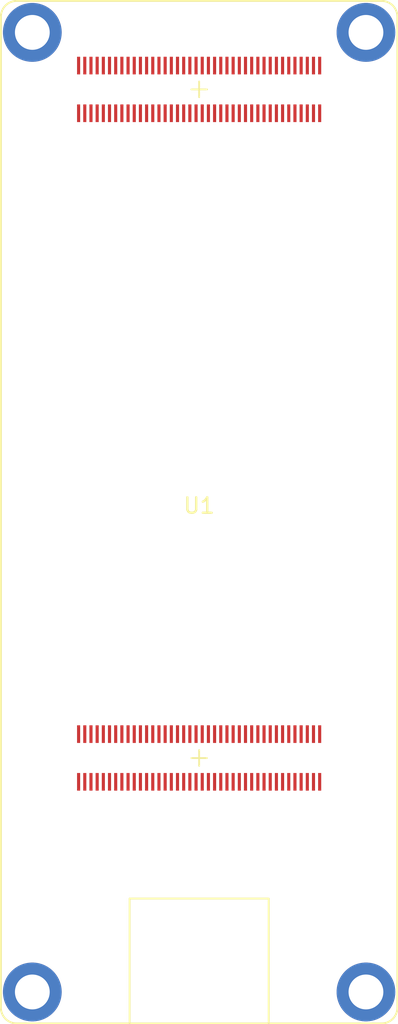
<source format=kicad_pcb>
(kicad_pcb (version 20210722) (generator pcbnew)
  (layers (0 "F.Cu" signal) (31 "B.Cu" signal) (34 "B.Paste" user) (35 "F.Paste" user) (36 "B.SilkS" user "B.Silkscreen") (37 "F.SilkS" user "F.Silkscreen") (38 "B.Mask" user) (39 "F.Mask" user) (44 "Edge.Cuts" user))
  (net 0 "")
  (footprint "custom_footprints:portenta" (layer "F.Cu") (at 136.75 103.75)
    (fp_text reference "U1" (at 0 -0.419) (layer "F.SilkS"))
    (fp_text value "portenta")
    (fp_line (start 0 -27.813) (end 0 -27.313) (layer "F.SilkS") (width 0.12))
    (fp_line (start 12.827 -32.004) (end 12.827 32.004) (layer "F.SilkS") (width 0.12))
    (fp_line (start 11.811 33.02) (end -11.811 33.02) (layer "F.SilkS") (width 0.12))
    (fp_line (start 0 15.867) (end 0 15.367) (layer "F.SilkS") (width 0.12))
    (fp_line (start -11.811 -33.02) (end 11.811 -33.02) (layer "F.SilkS") (width 0.12))
    (fp_line (start -12.827 32.004) (end -12.827 -32.004) (layer "F.SilkS") (width 0.12))
    (fp_line (start 0 15.881) (end 0 16.381) (layer "F.SilkS") (width 0.12))
    (fp_line (start 0 -27.305) (end -0.5 -27.305) (layer "F.SilkS") (width 0.12))
    (fp_line (start 0 -27.305) (end 0.508 -27.305) (layer "F.SilkS") (width 0.12))
    (fp_line (start -4.5 24.954) (end -4.5 32.954) (layer "F.SilkS") (width 0.12))
    (fp_line (start 0 15.881) (end 0.5 15.881) (layer "F.SilkS") (width 0.12))
    (fp_line (start 0 15.881) (end -0.5 15.881) (layer "F.SilkS") (width 0.12))
    (fp_line (start 0 -27.305) (end 0 -26.805) (layer "F.SilkS") (width 0.12))
    (fp_line (start 4.5 32.954) (end 4.5 24.954) (layer "F.SilkS") (width 0.12))
    (fp_line (start 4.5 24.954) (end -4.5 24.954) (layer "F.SilkS") (width 0.12))
    (fp_arc (start 11.811 32.004) (end 11.811 33.02) (angle -90) (layer "F.SilkS") (width 0.12))
    (fp_arc (start 11.811 -32.004) (end 12.827 -32.004) (angle -90) (layer "F.SilkS") (width 0.12))
    (fp_arc (start -11.811 -32.004) (end -11.811 -33.02) (angle -90) (layer "F.SilkS") (width 0.12))
    (fp_arc (start -11.811 32.004) (end -12.827 32.004) (angle -90) (layer "F.SilkS") (width 0.12))
    (pad "1" smd trapezoid locked (at -7.8 -28.845) (size 0.2 1.14) (layers "F.Cu" "F.Paste" "F.Mask"))
    (pad "2" smd trapezoid locked (at -7.8 -25.765) (size 0.2 1.14) (layers "F.Cu" "F.Paste" "F.Mask"))
    (pad "3" smd trapezoid locked (at -7.4 -28.845) (size 0.2 1.14) (layers "F.Cu" "F.Paste" "F.Mask"))
    (pad "4" smd trapezoid locked (at -7.4 -25.765) (size 0.2 1.14) (layers "F.Cu" "F.Paste" "F.Mask"))
    (pad "5" smd trapezoid locked (at -7 -28.845) (size 0.2 1.14) (layers "F.Cu" "F.Paste" "F.Mask"))
    (pad "6" smd trapezoid locked (at -7 -25.765) (size 0.2 1.14) (layers "F.Cu" "F.Paste" "F.Mask"))
    (pad "7" smd trapezoid locked (at -6.6 -28.845) (size 0.2 1.14) (layers "F.Cu" "F.Paste" "F.Mask"))
    (pad "8" smd trapezoid locked (at -6.6 -25.765) (size 0.2 1.14) (layers "F.Cu" "F.Paste" "F.Mask"))
    (pad "9" smd trapezoid locked (at -6.2 -28.845) (size 0.2 1.14) (layers "F.Cu" "F.Paste" "F.Mask"))
    (pad "10" smd trapezoid locked (at -6.2 -25.765) (size 0.2 1.14) (layers "F.Cu" "F.Paste" "F.Mask"))
    (pad "11" smd trapezoid locked (at -5.8 -28.845) (size 0.2 1.14) (layers "F.Cu" "F.Paste" "F.Mask"))
    (pad "12" smd trapezoid locked (at -5.8 -25.765) (size 0.2 1.14) (layers "F.Cu" "F.Paste" "F.Mask"))
    (pad "13" smd trapezoid locked (at -5.4 -28.845) (size 0.2 1.14) (layers "F.Cu" "F.Paste" "F.Mask"))
    (pad "14" smd trapezoid locked (at -5.4 -25.765) (size 0.2 1.14) (layers "F.Cu" "F.Paste" "F.Mask"))
    (pad "15" smd trapezoid locked (at -5 -28.845) (size 0.2 1.14) (layers "F.Cu" "F.Paste" "F.Mask"))
    (pad "16" smd trapezoid locked (at -5 -25.765) (size 0.2 1.14) (layers "F.Cu" "F.Paste" "F.Mask"))
    (pad "17" smd trapezoid locked (at -4.6 -28.845) (size 0.2 1.14) (layers "F.Cu" "F.Paste" "F.Mask"))
    (pad "18" smd trapezoid locked (at -4.6 -25.765) (size 0.2 1.14) (layers "F.Cu" "F.Paste" "F.Mask"))
    (pad "19" smd trapezoid locked (at -4.2 -28.845) (size 0.2 1.14) (layers "F.Cu" "F.Paste" "F.Mask"))
    (pad "20" smd trapezoid locked (at -4.2 -25.765) (size 0.2 1.14) (layers "F.Cu" "F.Paste" "F.Mask"))
    (pad "21" smd trapezoid locked (at -3.8 -28.845) (size 0.2 1.14) (layers "F.Cu" "F.Paste" "F.Mask"))
    (pad "22" smd trapezoid locked (at -3.8 -25.765) (size 0.2 1.14) (layers "F.Cu" "F.Paste" "F.Mask"))
    (pad "23" smd trapezoid locked (at -3.4 -28.845) (size 0.2 1.14) (layers "F.Cu" "F.Paste" "F.Mask"))
    (pad "24" smd trapezoid locked (at -3.4 -25.765) (size 0.2 1.14) (layers "F.Cu" "F.Paste" "F.Mask"))
    (pad "25" smd trapezoid locked (at -3 -28.845) (size 0.2 1.14) (layers "F.Cu" "F.Paste" "F.Mask"))
    (pad "26" smd trapezoid locked (at -3 -25.765) (size 0.2 1.14) (layers "F.Cu" "F.Paste" "F.Mask"))
    (pad "27" smd trapezoid locked (at -2.6 -28.845) (size 0.2 1.14) (layers "F.Cu" "F.Paste" "F.Mask"))
    (pad "28" smd trapezoid locked (at -2.6 -25.765) (size 0.2 1.14) (layers "F.Cu" "F.Paste" "F.Mask"))
    (pad "29" smd trapezoid locked (at -2.2 -28.845) (size 0.2 1.14) (layers "F.Cu" "F.Paste" "F.Mask"))
    (pad "30" smd trapezoid locked (at -2.2 -25.765) (size 0.2 1.14) (layers "F.Cu" "F.Paste" "F.Mask"))
    (pad "31" smd trapezoid locked (at -1.8 -28.845) (size 0.2 1.14) (layers "F.Cu" "F.Paste" "F.Mask"))
    (pad "32" smd trapezoid locked (at -1.8 -25.765) (size 0.2 1.14) (layers "F.Cu" "F.Paste" "F.Mask"))
    (pad "33" smd trapezoid locked (at -1.4 -28.845) (size 0.2 1.14) (layers "F.Cu" "F.Paste" "F.Mask"))
    (pad "34" smd trapezoid locked (at -1.4 -25.765) (size 0.2 1.14) (layers "F.Cu" "F.Paste" "F.Mask"))
    (pad "35" smd trapezoid locked (at -1 -28.845) (size 0.2 1.14) (layers "F.Cu" "F.Paste" "F.Mask"))
    (pad "36" smd trapezoid locked (at -1 -25.765) (size 0.2 1.14) (layers "F.Cu" "F.Paste" "F.Mask"))
    (pad "37" smd trapezoid locked (at -0.6 -28.845) (size 0.2 1.14) (layers "F.Cu" "F.Paste" "F.Mask"))
    (pad "38" smd trapezoid locked (at -0.6 -25.765) (size 0.2 1.14) (layers "F.Cu" "F.Paste" "F.Mask"))
    (pad "39" smd trapezoid locked (at -0.2 -28.845) (size 0.2 1.14) (layers "F.Cu" "F.Paste" "F.Mask"))
    (pad "40" smd trapezoid locked (at -0.2 -25.765) (size 0.2 1.14) (layers "F.Cu" "F.Paste" "F.Mask"))
    (pad "41" smd trapezoid locked (at 0.2 -28.845) (size 0.2 1.14) (layers "F.Cu" "F.Paste" "F.Mask"))
    (pad "42" smd trapezoid locked (at 0.2 -25.765) (size 0.2 1.14) (layers "F.Cu" "F.Paste" "F.Mask"))
    (pad "43" smd trapezoid locked (at 0.6 -28.845) (size 0.2 1.14) (layers "F.Cu" "F.Paste" "F.Mask"))
    (pad "44" smd trapezoid locked (at 0.6 -25.765) (size 0.2 1.14) (layers "F.Cu" "F.Paste" "F.Mask"))
    (pad "45" smd trapezoid locked (at 1 -28.845) (size 0.2 1.14) (layers "F.Cu" "F.Paste" "F.Mask"))
    (pad "46" smd trapezoid locked (at 1 -25.765) (size 0.2 1.14) (layers "F.Cu" "F.Paste" "F.Mask"))
    (pad "47" smd trapezoid locked (at 1.4 -28.845) (size 0.2 1.14) (layers "F.Cu" "F.Paste" "F.Mask"))
    (pad "48" smd trapezoid locked (at 1.4 -25.765) (size 0.2 1.14) (layers "F.Cu" "F.Paste" "F.Mask"))
    (pad "49" smd trapezoid locked (at 1.8 -28.845) (size 0.2 1.14) (layers "F.Cu" "F.Paste" "F.Mask"))
    (pad "50" smd trapezoid locked (at 1.8 -25.765) (size 0.2 1.14) (layers "F.Cu" "F.Paste" "F.Mask"))
    (pad "51" smd trapezoid locked (at 2.2 -28.845) (size 0.2 1.14) (layers "F.Cu" "F.Paste" "F.Mask"))
    (pad "52" smd trapezoid locked (at 2.2 -25.765) (size 0.2 1.14) (layers "F.Cu" "F.Paste" "F.Mask"))
    (pad "53" smd trapezoid locked (at 2.6 -28.845) (size 0.2 1.14) (layers "F.Cu" "F.Paste" "F.Mask"))
    (pad "54" smd trapezoid locked (at 2.6 -25.765) (size 0.2 1.14) (layers "F.Cu" "F.Paste" "F.Mask"))
    (pad "55" smd trapezoid locked (at 3 -28.845) (size 0.2 1.14) (layers "F.Cu" "F.Paste" "F.Mask"))
    (pad "56" smd trapezoid locked (at 3 -25.765) (size 0.2 1.14) (layers "F.Cu" "F.Paste" "F.Mask"))
    (pad "57" smd trapezoid locked (at 3.4 -28.845) (size 0.2 1.14) (layers "F.Cu" "F.Paste" "F.Mask"))
    (pad "58" smd trapezoid locked (at 3.4 -25.765) (size 0.2 1.14) (layers "F.Cu" "F.Paste" "F.Mask"))
    (pad "59" smd trapezoid locked (at 3.8 -28.845) (size 0.2 1.14) (layers "F.Cu" "F.Paste" "F.Mask"))
    (pad "60" smd trapezoid locked (at 3.8 -25.765) (size 0.2 1.14) (layers "F.Cu" "F.Paste" "F.Mask"))
    (pad "61" smd trapezoid locked (at 4.2 -28.845) (size 0.2 1.14) (layers "F.Cu" "F.Paste" "F.Mask"))
    (pad "62" smd trapezoid locked (at 4.2 -25.765) (size 0.2 1.14) (layers "F.Cu" "F.Paste" "F.Mask"))
    (pad "63" smd trapezoid locked (at 4.6 -28.845) (size 0.2 1.14) (layers "F.Cu" "F.Paste" "F.Mask"))
    (pad "64" smd trapezoid locked (at 4.6 -25.765) (size 0.2 1.14) (layers "F.Cu" "F.Paste" "F.Mask"))
    (pad "65" smd trapezoid locked (at 5 -28.845) (size 0.2 1.14) (layers "F.Cu" "F.Paste" "F.Mask"))
    (pad "66" smd trapezoid locked (at 5 -25.765) (size 0.2 1.14) (layers "F.Cu" "F.Paste" "F.Mask"))
    (pad "67" smd trapezoid locked (at 5.4 -28.845) (size 0.2 1.14) (layers "F.Cu" "F.Paste" "F.Mask"))
    (pad "68" smd trapezoid locked (at 5.4 -25.765) (size 0.2 1.14) (layers "F.Cu" "F.Paste" "F.Mask"))
    (pad "69" smd trapezoid locked (at 5.8 -28.845) (size 0.2 1.14) (layers "F.Cu" "F.Paste" "F.Mask"))
    (pad "70" smd trapezoid locked (at 5.8 -25.765) (size 0.2 1.14) (layers "F.Cu" "F.Paste" "F.Mask"))
    (pad "71" smd trapezoid locked (at 6.2 -28.845) (size 0.2 1.14) (layers "F.Cu" "F.Paste" "F.Mask"))
    (pad "72" smd trapezoid locked (at 6.2 -25.765) (size 0.2 1.14) (layers "F.Cu" "F.Paste" "F.Mask"))
    (pad "73" smd trapezoid locked (at 6.6 -28.845) (size 0.2 1.14) (layers "F.Cu" "F.Paste" "F.Mask"))
    (pad "74" smd trapezoid locked (at 6.6 -25.765) (size 0.2 1.14) (layers "F.Cu" "F.Paste" "F.Mask"))
    (pad "75" smd trapezoid locked (at 7 -28.845) (size 0.2 1.14) (layers "F.Cu" "F.Paste" "F.Mask"))
    (pad "76" smd trapezoid locked (at 7 -25.765) (size 0.2 1.14) (layers "F.Cu" "F.Paste" "F.Mask"))
    (pad "77" smd trapezoid locked (at 7.4 -28.845) (size 0.2 1.14) (layers "F.Cu" "F.Paste" "F.Mask"))
    (pad "78" smd trapezoid locked (at 7.4 -25.765) (size 0.2 1.14) (layers "F.Cu" "F.Paste" "F.Mask"))
    (pad "79" smd trapezoid locked (at 7.8 -28.845) (size 0.2 1.14) (layers "F.Cu" "F.Paste" "F.Mask"))
    (pad "80" smd trapezoid locked (at 7.8 -25.765) (size 0.2 1.14) (layers "F.Cu" "F.Paste" "F.Mask"))
    (pad "81" smd trapezoid locked (at -7.8 14.335) (size 0.2 1.14) (layers "F.Cu" "F.Paste" "F.Mask"))
    (pad "82" smd trapezoid locked (at -7.8 17.415) (size 0.2 1.14) (layers "F.Cu" "F.Paste" "F.Mask"))
    (pad "83" smd trapezoid locked (at -7.4 14.335) (size 0.2 1.14) (layers "F.Cu" "F.Paste" "F.Mask"))
    (pad "84" smd trapezoid locked (at -7.4 17.415) (size 0.2 1.14) (layers "F.Cu" "F.Paste" "F.Mask"))
    (pad "85" smd trapezoid locked (at -7 14.335) (size 0.2 1.14) (layers "F.Cu" "F.Paste" "F.Mask"))
    (pad "86" smd trapezoid locked (at -7 17.415) (size 0.2 1.14) (layers "F.Cu" "F.Paste" "F.Mask"))
    (pad "87" smd trapezoid locked (at -6.6 14.335) (size 0.2 1.14) (layers "F.Cu" "F.Paste" "F.Mask"))
    (pad "88" smd trapezoid locked (at -6.6 17.415) (size 0.2 1.14) (layers "F.Cu" "F.Paste" "F.Mask"))
    (pad "89" smd trapezoid locked (at -6.2 14.335) (size 0.2 1.14) (layers "F.Cu" "F.Paste" "F.Mask"))
    (pad "90" smd trapezoid locked (at -6.2 17.415) (size 0.2 1.14) (layers "F.Cu" "F.Paste" "F.Mask"))
    (pad "91" smd trapezoid locked (at -5.8 14.335) (size 0.2 1.14) (layers "F.Cu" "F.Paste" "F.Mask"))
    (pad "92" smd trapezoid locked (at -5.8 17.415) (size 0.2 1.14) (layers "F.Cu" "F.Paste" "F.Mask"))
    (pad "93" smd trapezoid locked (at -5.4 14.335) (size 0.2 1.14) (layers "F.Cu" "F.Paste" "F.Mask"))
    (pad "94" smd trapezoid locked (at -5.4 17.415) (size 0.2 1.14) (layers "F.Cu" "F.Paste" "F.Mask"))
    (pad "95" smd trapezoid locked (at -5 14.335) (size 0.2 1.14) (layers "F.Cu" "F.Paste" "F.Mask"))
    (pad "96" smd trapezoid locked (at -5 17.415) (size 0.2 1.14) (layers "F.Cu" "F.Paste" "F.Mask"))
    (pad "97" smd trapezoid locked (at -4.6 14.335) (size 0.2 1.14) (layers "F.Cu" "F.Paste" "F.Mask"))
    (pad "98" smd trapezoid locked (at -4.6 17.415) (size 0.2 1.14) (layers "F.Cu" "F.Paste" "F.Mask"))
    (pad "99" smd trapezoid locked (at -4.2 14.335) (size 0.2 1.14) (layers "F.Cu" "F.Paste" "F.Mask"))
    (pad "100" smd trapezoid locked (at -4.2 17.415) (size 0.2 1.14) (layers "F.Cu" "F.Paste" "F.Mask"))
    (pad "101" smd trapezoid locked (at -3.8 14.335) (size 0.2 1.14) (layers "F.Cu" "F.Paste" "F.Mask"))
    (pad "102" smd trapezoid locked (at -3.8 17.415) (size 0.2 1.14) (layers "F.Cu" "F.Paste" "F.Mask"))
    (pad "103" smd trapezoid locked (at -3.4 14.335) (size 0.2 1.14) (layers "F.Cu" "F.Paste" "F.Mask"))
    (pad "104" smd trapezoid locked (at -3.4 17.415) (size 0.2 1.14) (layers "F.Cu" "F.Paste" "F.Mask"))
    (pad "105" smd trapezoid locked (at -3 14.335) (size 0.2 1.14) (layers "F.Cu" "F.Paste" "F.Mask"))
    (pad "106" smd trapezoid locked (at -3 17.415) (size 0.2 1.14) (layers "F.Cu" "F.Paste" "F.Mask"))
    (pad "107" smd trapezoid locked (at -2.6 14.335) (size 0.2 1.14) (layers "F.Cu" "F.Paste" "F.Mask"))
    (pad "108" smd trapezoid locked (at -2.6 17.415) (size 0.2 1.14) (layers "F.Cu" "F.Paste" "F.Mask"))
    (pad "109" smd trapezoid locked (at -2.2 14.335) (size 0.2 1.14) (layers "F.Cu" "F.Paste" "F.Mask"))
    (pad "110" smd trapezoid locked (at -2.2 17.415) (size 0.2 1.14) (layers "F.Cu" "F.Paste" "F.Mask"))
    (pad "111" smd trapezoid locked (at -1.8 14.335) (size 0.2 1.14) (layers "F.Cu" "F.Paste" "F.Mask"))
    (pad "112" smd trapezoid locked (at -1.8 17.415) (size 0.2 1.14) (layers "F.Cu" "F.Paste" "F.Mask"))
    (pad "113" smd trapezoid locked (at -1.4 14.335) (size 0.2 1.14) (layers "F.Cu" "F.Paste" "F.Mask"))
    (pad "114" smd trapezoid locked (at -1.4 17.415) (size 0.2 1.14) (layers "F.Cu" "F.Paste" "F.Mask"))
    (pad "115" smd trapezoid locked (at -1 14.335) (size 0.2 1.14) (layers "F.Cu" "F.Paste" "F.Mask"))
    (pad "116" smd trapezoid locked (at -1 17.415) (size 0.2 1.14) (layers "F.Cu" "F.Paste" "F.Mask"))
    (pad "117" smd trapezoid locked (at -0.6 14.335) (size 0.2 1.14) (layers "F.Cu" "F.Paste" "F.Mask"))
    (pad "118" smd trapezoid locked (at -0.6 17.415) (size 0.2 1.14) (layers "F.Cu" "F.Paste" "F.Mask"))
    (pad "119" smd trapezoid locked (at -0.2 14.335) (size 0.2 1.14) (layers "F.Cu" "F.Paste" "F.Mask"))
    (pad "120" smd trapezoid locked (at -0.2 17.415) (size 0.2 1.14) (layers "F.Cu" "F.Paste" "F.Mask"))
    (pad "121" smd trapezoid locked (at 0.2 14.335) (size 0.2 1.14) (layers "F.Cu" "F.Paste" "F.Mask"))
    (pad "122" smd trapezoid locked (at 0.2 17.415) (size 0.2 1.14) (layers "F.Cu" "F.Paste" "F.Mask"))
    (pad "123" smd trapezoid locked (at 0.6 14.335) (size 0.2 1.14) (layers "F.Cu" "F.Paste" "F.Mask"))
    (pad "124" smd trapezoid locked (at 0.6 17.415) (size 0.2 1.14) (layers "F.Cu" "F.Paste" "F.Mask"))
    (pad "125" smd trapezoid locked (at 1 14.335) (size 0.2 1.14) (layers "F.Cu" "F.Paste" "F.Mask"))
    (pad "126" smd trapezoid locked (at 1 17.415) (size 0.2 1.14) (layers "F.Cu" "F.Paste" "F.Mask"))
    (pad "127" smd trapezoid locked (at 1.4 14.335) (size 0.2 1.14) (layers "F.Cu" "F.Paste" "F.Mask"))
    (pad "128" smd trapezoid locked (at 1.4 17.415) (size 0.2 1.14) (layers "F.Cu" "F.Paste" "F.Mask"))
    (pad "129" smd trapezoid locked (at 1.8 14.335) (size 0.2 1.14) (layers "F.Cu" "F.Paste" "F.Mask"))
    (pad "130" smd trapezoid locked (at 1.8 17.415) (size 0.2 1.14) (layers "F.Cu" "F.Paste" "F.Mask"))
    (pad "131" smd trapezoid locked (at 2.2 14.335) (size 0.2 1.14) (layers "F.Cu" "F.Paste" "F.Mask"))
    (pad "132" smd trapezoid locked (at 2.2 17.415) (size 0.2 1.14) (layers "F.Cu" "F.Paste" "F.Mask"))
    (pad "133" smd trapezoid locked (at 2.6 14.335) (size 0.2 1.14) (layers "F.Cu" "F.Paste" "F.Mask"))
    (pad "134" smd trapezoid locked (at 2.6 17.415) (size 0.2 1.14) (layers "F.Cu" "F.Paste" "F.Mask"))
    (pad "135" smd trapezoid locked (at 3 14.335) (size 0.2 1.14) (layers "F.Cu" "F.Paste" "F.Mask"))
    (pad "136" smd trapezoid locked (at 3 17.415) (size 0.2 1.14) (layers "F.Cu" "F.Paste" "F.Mask"))
    (pad "137" smd trapezoid locked (at 3.4 14.335) (size 0.2 1.14) (layers "F.Cu" "F.Paste" "F.Mask"))
    (pad "138" smd trapezoid locked (at 3.4 17.415) (size 0.2 1.14) (layers "F.Cu" "F.Paste" "F.Mask"))
    (pad "139" smd trapezoid locked (at 3.8 14.335) (size 0.2 1.14) (layers "F.Cu" "F.Paste" "F.Mask"))
    (pad "140" smd trapezoid locked (at 3.8 17.415) (size 0.2 1.14) (layers "F.Cu" "F.Paste" "F.Mask"))
    (pad "141" smd trapezoid locked (at 4.2 14.335) (size 0.2 1.14) (layers "F.Cu" "F.Paste" "F.Mask"))
    (pad "142" smd trapezoid locked (at 4.2 17.415) (size 0.2 1.14) (layers "F.Cu" "F.Paste" "F.Mask"))
    (pad "143" smd trapezoid locked (at 4.6 14.335) (size 0.2 1.14) (layers "F.Cu" "F.Paste" "F.Mask"))
    (pad "144" smd trapezoid locked (at 4.6 17.415) (size 0.2 1.14) (layers "F.Cu" "F.Paste" "F.Mask"))
    (pad "145" smd trapezoid locked (at 5 14.335) (size 0.2 1.14) (layers "F.Cu" "F.Paste" "F.Mask"))
    (pad "146" smd trapezoid locked (at 5 17.415) (size 0.2 1.14) (layers "F.Cu" "F.Paste" "F.Mask"))
    (pad "147" smd trapezoid locked (at 5.4 14.335) (size 0.2 1.14) (layers "F.Cu" "F.Paste" "F.Mask"))
    (pad "148" smd trapezoid locked (at 5.4 17.415) (size 0.2 1.14) (layers "F.Cu" "F.Paste" "F.Mask"))
    (pad "149" smd trapezoid locked (at 5.8 14.335) (size 0.2 1.14) (layers "F.Cu" "F.Paste" "F.Mask"))
    (pad "150" smd trapezoid locked (at 5.8 17.415) (size 0.2 1.14) (layers "F.Cu" "F.Paste" "F.Mask"))
    (pad "151" smd trapezoid locked (at 6.2 14.335) (size 0.2 1.14) (layers "F.Cu" "F.Paste" "F.Mask"))
    (pad "152" smd trapezoid locked (at 6.2 17.415) (size 0.2 1.14) (layers "F.Cu" "F.Paste" "F.Mask"))
    (pad "153" smd trapezoid locked (at 6.6 14.335) (size 0.2 1.14) (layers "F.Cu" "F.Paste" "F.Mask"))
    (pad "154" smd trapezoid locked (at 6.6 17.415) (size 0.2 1.14) (layers "F.Cu" "F.Paste" "F.Mask"))
    (pad "155" smd trapezoid locked (at 7 14.335) (size 0.2 1.14) (layers "F.Cu" "F.Paste" "F.Mask"))
    (pad "156" smd trapezoid locked (at 7 17.415) (size 0.2 1.14) (layers "F.Cu" "F.Paste" "F.Mask"))
    (pad "157" smd trapezoid locked (at 7.4 14.335) (size 0.2 1.14) (layers "F.Cu" "F.Paste" "F.Mask"))
    (pad "158" smd trapezoid locked (at 7.4 17.415) (size 0.2 1.14) (layers "F.Cu" "F.Paste" "F.Mask"))
    (pad "159" smd trapezoid locked (at 7.8 14.335) (size 0.2 1.14) (layers "F.Cu" "F.Paste" "F.Mask"))
    (pad "160" smd trapezoid locked (at 7.8 17.415) (size 0.2 1.14) (layers "F.Cu" "F.Paste" "F.Mask"))
    (pad "161" thru_hole circle locked (at -10.795 30.988) (size 3.8 3.8) (drill 2.25) (layers *.Cu *.Mask))
    (pad "161" thru_hole circle locked (at 10.795 -30.988) (size 3.8 3.8) (drill 2.25) (layers *.Cu *.Mask))
    (pad "161" thru_hole circle locked (at -10.795 -30.988) (size 3.8 3.8) (drill 2.25) (layers *.Cu *.Mask))
    (pad "161" thru_hole circle locked (at 10.795 30.988) (size 3.8 3.8) (drill 2.25) (layers *.Cu *.Mask))
  )
)
</source>
